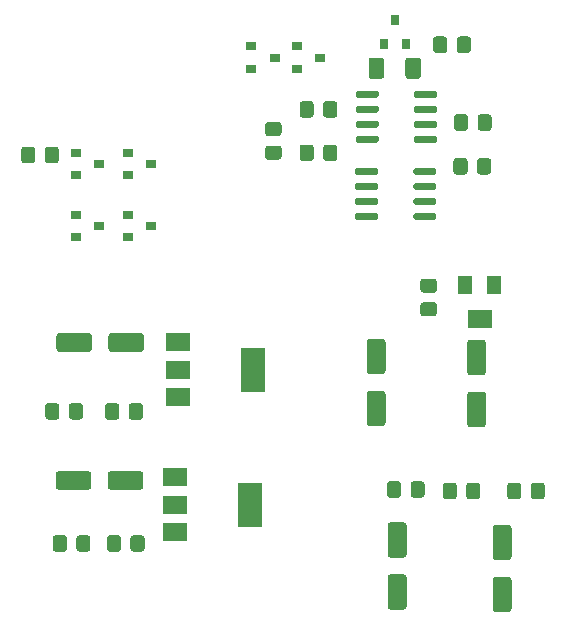
<source format=gbr>
%TF.GenerationSoftware,KiCad,Pcbnew,(5.1.8-0-10_14)*%
%TF.CreationDate,2022-02-24T11:51:48-06:00*%
%TF.ProjectId,SAQ_KiCad,5341515f-4b69-4436-9164-2e6b69636164,rev?*%
%TF.SameCoordinates,Original*%
%TF.FileFunction,Paste,Top*%
%TF.FilePolarity,Positive*%
%FSLAX46Y46*%
G04 Gerber Fmt 4.6, Leading zero omitted, Abs format (unit mm)*
G04 Created by KiCad (PCBNEW (5.1.8-0-10_14)) date 2022-02-24 11:51:48*
%MOMM*%
%LPD*%
G01*
G04 APERTURE LIST*
%ADD10R,2.000000X1.500000*%
%ADD11R,2.000000X3.800000*%
%ADD12R,1.300000X1.600000*%
%ADD13R,2.000000X1.600000*%
%ADD14R,0.800000X0.900000*%
%ADD15R,0.900000X0.800000*%
G04 APERTURE END LIST*
%TO.C,U4*%
G36*
G01*
X143726000Y-33949500D02*
X143726000Y-34249500D01*
G75*
G02*
X143576000Y-34399500I-150000J0D01*
G01*
X141926000Y-34399500D01*
G75*
G02*
X141776000Y-34249500I0J150000D01*
G01*
X141776000Y-33949500D01*
G75*
G02*
X141926000Y-33799500I150000J0D01*
G01*
X143576000Y-33799500D01*
G75*
G02*
X143726000Y-33949500I0J-150000D01*
G01*
G37*
G36*
G01*
X143726000Y-32679500D02*
X143726000Y-32979500D01*
G75*
G02*
X143576000Y-33129500I-150000J0D01*
G01*
X141926000Y-33129500D01*
G75*
G02*
X141776000Y-32979500I0J150000D01*
G01*
X141776000Y-32679500D01*
G75*
G02*
X141926000Y-32529500I150000J0D01*
G01*
X143576000Y-32529500D01*
G75*
G02*
X143726000Y-32679500I0J-150000D01*
G01*
G37*
G36*
G01*
X143726000Y-31409500D02*
X143726000Y-31709500D01*
G75*
G02*
X143576000Y-31859500I-150000J0D01*
G01*
X141926000Y-31859500D01*
G75*
G02*
X141776000Y-31709500I0J150000D01*
G01*
X141776000Y-31409500D01*
G75*
G02*
X141926000Y-31259500I150000J0D01*
G01*
X143576000Y-31259500D01*
G75*
G02*
X143726000Y-31409500I0J-150000D01*
G01*
G37*
G36*
G01*
X143726000Y-30139500D02*
X143726000Y-30439500D01*
G75*
G02*
X143576000Y-30589500I-150000J0D01*
G01*
X141926000Y-30589500D01*
G75*
G02*
X141776000Y-30439500I0J150000D01*
G01*
X141776000Y-30139500D01*
G75*
G02*
X141926000Y-29989500I150000J0D01*
G01*
X143576000Y-29989500D01*
G75*
G02*
X143726000Y-30139500I0J-150000D01*
G01*
G37*
G36*
G01*
X148676000Y-30139500D02*
X148676000Y-30439500D01*
G75*
G02*
X148526000Y-30589500I-150000J0D01*
G01*
X146876000Y-30589500D01*
G75*
G02*
X146726000Y-30439500I0J150000D01*
G01*
X146726000Y-30139500D01*
G75*
G02*
X146876000Y-29989500I150000J0D01*
G01*
X148526000Y-29989500D01*
G75*
G02*
X148676000Y-30139500I0J-150000D01*
G01*
G37*
G36*
G01*
X148676000Y-31409500D02*
X148676000Y-31709500D01*
G75*
G02*
X148526000Y-31859500I-150000J0D01*
G01*
X146876000Y-31859500D01*
G75*
G02*
X146726000Y-31709500I0J150000D01*
G01*
X146726000Y-31409500D01*
G75*
G02*
X146876000Y-31259500I150000J0D01*
G01*
X148526000Y-31259500D01*
G75*
G02*
X148676000Y-31409500I0J-150000D01*
G01*
G37*
G36*
G01*
X148676000Y-32679500D02*
X148676000Y-32979500D01*
G75*
G02*
X148526000Y-33129500I-150000J0D01*
G01*
X146876000Y-33129500D01*
G75*
G02*
X146726000Y-32979500I0J150000D01*
G01*
X146726000Y-32679500D01*
G75*
G02*
X146876000Y-32529500I150000J0D01*
G01*
X148526000Y-32529500D01*
G75*
G02*
X148676000Y-32679500I0J-150000D01*
G01*
G37*
G36*
G01*
X148676000Y-33949500D02*
X148676000Y-34249500D01*
G75*
G02*
X148526000Y-34399500I-150000J0D01*
G01*
X146876000Y-34399500D01*
G75*
G02*
X146726000Y-34249500I0J150000D01*
G01*
X146726000Y-33949500D01*
G75*
G02*
X146876000Y-33799500I150000J0D01*
G01*
X148526000Y-33799500D01*
G75*
G02*
X148676000Y-33949500I0J-150000D01*
G01*
G37*
%TD*%
%TO.C,U3*%
G36*
G01*
X146795620Y-23911700D02*
X146795620Y-23611700D01*
G75*
G02*
X146945620Y-23461700I150000J0D01*
G01*
X148595620Y-23461700D01*
G75*
G02*
X148745620Y-23611700I0J-150000D01*
G01*
X148745620Y-23911700D01*
G75*
G02*
X148595620Y-24061700I-150000J0D01*
G01*
X146945620Y-24061700D01*
G75*
G02*
X146795620Y-23911700I0J150000D01*
G01*
G37*
G36*
G01*
X146795620Y-25181700D02*
X146795620Y-24881700D01*
G75*
G02*
X146945620Y-24731700I150000J0D01*
G01*
X148595620Y-24731700D01*
G75*
G02*
X148745620Y-24881700I0J-150000D01*
G01*
X148745620Y-25181700D01*
G75*
G02*
X148595620Y-25331700I-150000J0D01*
G01*
X146945620Y-25331700D01*
G75*
G02*
X146795620Y-25181700I0J150000D01*
G01*
G37*
G36*
G01*
X146795620Y-26451700D02*
X146795620Y-26151700D01*
G75*
G02*
X146945620Y-26001700I150000J0D01*
G01*
X148595620Y-26001700D01*
G75*
G02*
X148745620Y-26151700I0J-150000D01*
G01*
X148745620Y-26451700D01*
G75*
G02*
X148595620Y-26601700I-150000J0D01*
G01*
X146945620Y-26601700D01*
G75*
G02*
X146795620Y-26451700I0J150000D01*
G01*
G37*
G36*
G01*
X146795620Y-27721700D02*
X146795620Y-27421700D01*
G75*
G02*
X146945620Y-27271700I150000J0D01*
G01*
X148595620Y-27271700D01*
G75*
G02*
X148745620Y-27421700I0J-150000D01*
G01*
X148745620Y-27721700D01*
G75*
G02*
X148595620Y-27871700I-150000J0D01*
G01*
X146945620Y-27871700D01*
G75*
G02*
X146795620Y-27721700I0J150000D01*
G01*
G37*
G36*
G01*
X141845620Y-27721700D02*
X141845620Y-27421700D01*
G75*
G02*
X141995620Y-27271700I150000J0D01*
G01*
X143645620Y-27271700D01*
G75*
G02*
X143795620Y-27421700I0J-150000D01*
G01*
X143795620Y-27721700D01*
G75*
G02*
X143645620Y-27871700I-150000J0D01*
G01*
X141995620Y-27871700D01*
G75*
G02*
X141845620Y-27721700I0J150000D01*
G01*
G37*
G36*
G01*
X141845620Y-26451700D02*
X141845620Y-26151700D01*
G75*
G02*
X141995620Y-26001700I150000J0D01*
G01*
X143645620Y-26001700D01*
G75*
G02*
X143795620Y-26151700I0J-150000D01*
G01*
X143795620Y-26451700D01*
G75*
G02*
X143645620Y-26601700I-150000J0D01*
G01*
X141995620Y-26601700D01*
G75*
G02*
X141845620Y-26451700I0J150000D01*
G01*
G37*
G36*
G01*
X141845620Y-25181700D02*
X141845620Y-24881700D01*
G75*
G02*
X141995620Y-24731700I150000J0D01*
G01*
X143645620Y-24731700D01*
G75*
G02*
X143795620Y-24881700I0J-150000D01*
G01*
X143795620Y-25181700D01*
G75*
G02*
X143645620Y-25331700I-150000J0D01*
G01*
X141995620Y-25331700D01*
G75*
G02*
X141845620Y-25181700I0J150000D01*
G01*
G37*
G36*
G01*
X141845620Y-23911700D02*
X141845620Y-23611700D01*
G75*
G02*
X141995620Y-23461700I150000J0D01*
G01*
X143645620Y-23461700D01*
G75*
G02*
X143795620Y-23611700I0J-150000D01*
G01*
X143795620Y-23911700D01*
G75*
G02*
X143645620Y-24061700I-150000J0D01*
G01*
X141995620Y-24061700D01*
G75*
G02*
X141845620Y-23911700I0J150000D01*
G01*
G37*
%TD*%
D10*
%TO.C,U2*%
X126580500Y-56183500D03*
X126580500Y-60783500D03*
X126580500Y-58483500D03*
D11*
X132880500Y-58483500D03*
%TD*%
D10*
%TO.C,U1*%
X126841720Y-44761120D03*
X126841720Y-49361120D03*
X126841720Y-47061120D03*
D11*
X133141720Y-47061120D03*
%TD*%
D12*
%TO.C,RV1*%
X151086500Y-39888500D03*
D13*
X152336500Y-42788500D03*
D12*
X153586500Y-39888500D03*
%TD*%
%TO.C,R16*%
G36*
G01*
X151317500Y-29394999D02*
X151317500Y-30295001D01*
G75*
G02*
X151067501Y-30545000I-249999J0D01*
G01*
X150367499Y-30545000D01*
G75*
G02*
X150117500Y-30295001I0J249999D01*
G01*
X150117500Y-29394999D01*
G75*
G02*
X150367499Y-29145000I249999J0D01*
G01*
X151067501Y-29145000D01*
G75*
G02*
X151317500Y-29394999I0J-249999D01*
G01*
G37*
G36*
G01*
X153317500Y-29394999D02*
X153317500Y-30295001D01*
G75*
G02*
X153067501Y-30545000I-249999J0D01*
G01*
X152367499Y-30545000D01*
G75*
G02*
X152117500Y-30295001I0J249999D01*
G01*
X152117500Y-29394999D01*
G75*
G02*
X152367499Y-29145000I249999J0D01*
G01*
X153067501Y-29145000D01*
G75*
G02*
X153317500Y-29394999I0J-249999D01*
G01*
G37*
%TD*%
%TO.C,R14*%
G36*
G01*
X149603000Y-19107999D02*
X149603000Y-20008001D01*
G75*
G02*
X149353001Y-20258000I-249999J0D01*
G01*
X148652999Y-20258000D01*
G75*
G02*
X148403000Y-20008001I0J249999D01*
G01*
X148403000Y-19107999D01*
G75*
G02*
X148652999Y-18858000I249999J0D01*
G01*
X149353001Y-18858000D01*
G75*
G02*
X149603000Y-19107999I0J-249999D01*
G01*
G37*
G36*
G01*
X151603000Y-19107999D02*
X151603000Y-20008001D01*
G75*
G02*
X151353001Y-20258000I-249999J0D01*
G01*
X150652999Y-20258000D01*
G75*
G02*
X150403000Y-20008001I0J249999D01*
G01*
X150403000Y-19107999D01*
G75*
G02*
X150652999Y-18858000I249999J0D01*
G01*
X151353001Y-18858000D01*
G75*
G02*
X151603000Y-19107999I0J-249999D01*
G01*
G37*
%TD*%
%TO.C,R13*%
G36*
G01*
X152165000Y-26596001D02*
X152165000Y-25695999D01*
G75*
G02*
X152414999Y-25446000I249999J0D01*
G01*
X153115001Y-25446000D01*
G75*
G02*
X153365000Y-25695999I0J-249999D01*
G01*
X153365000Y-26596001D01*
G75*
G02*
X153115001Y-26846000I-249999J0D01*
G01*
X152414999Y-26846000D01*
G75*
G02*
X152165000Y-26596001I0J249999D01*
G01*
G37*
G36*
G01*
X150165000Y-26596001D02*
X150165000Y-25695999D01*
G75*
G02*
X150414999Y-25446000I249999J0D01*
G01*
X151115001Y-25446000D01*
G75*
G02*
X151365000Y-25695999I0J-249999D01*
G01*
X151365000Y-26596001D01*
G75*
G02*
X151115001Y-26846000I-249999J0D01*
G01*
X150414999Y-26846000D01*
G75*
G02*
X150165000Y-26596001I0J249999D01*
G01*
G37*
%TD*%
%TO.C,R12*%
G36*
G01*
X139093400Y-29162161D02*
X139093400Y-28262159D01*
G75*
G02*
X139343399Y-28012160I249999J0D01*
G01*
X140043401Y-28012160D01*
G75*
G02*
X140293400Y-28262159I0J-249999D01*
G01*
X140293400Y-29162161D01*
G75*
G02*
X140043401Y-29412160I-249999J0D01*
G01*
X139343399Y-29412160D01*
G75*
G02*
X139093400Y-29162161I0J249999D01*
G01*
G37*
G36*
G01*
X137093400Y-29162161D02*
X137093400Y-28262159D01*
G75*
G02*
X137343399Y-28012160I249999J0D01*
G01*
X138043401Y-28012160D01*
G75*
G02*
X138293400Y-28262159I0J-249999D01*
G01*
X138293400Y-29162161D01*
G75*
G02*
X138043401Y-29412160I-249999J0D01*
G01*
X137343399Y-29412160D01*
G75*
G02*
X137093400Y-29162161I0J249999D01*
G01*
G37*
%TD*%
%TO.C,R11*%
G36*
G01*
X139093400Y-25484241D02*
X139093400Y-24584239D01*
G75*
G02*
X139343399Y-24334240I249999J0D01*
G01*
X140043401Y-24334240D01*
G75*
G02*
X140293400Y-24584239I0J-249999D01*
G01*
X140293400Y-25484241D01*
G75*
G02*
X140043401Y-25734240I-249999J0D01*
G01*
X139343399Y-25734240D01*
G75*
G02*
X139093400Y-25484241I0J249999D01*
G01*
G37*
G36*
G01*
X137093400Y-25484241D02*
X137093400Y-24584239D01*
G75*
G02*
X137343399Y-24334240I249999J0D01*
G01*
X138043401Y-24334240D01*
G75*
G02*
X138293400Y-24584239I0J-249999D01*
G01*
X138293400Y-25484241D01*
G75*
G02*
X138043401Y-25734240I-249999J0D01*
G01*
X137343399Y-25734240D01*
G75*
G02*
X137093400Y-25484241I0J249999D01*
G01*
G37*
%TD*%
%TO.C,R10*%
G36*
G01*
X135324001Y-27302000D02*
X134423999Y-27302000D01*
G75*
G02*
X134174000Y-27052001I0J249999D01*
G01*
X134174000Y-26351999D01*
G75*
G02*
X134423999Y-26102000I249999J0D01*
G01*
X135324001Y-26102000D01*
G75*
G02*
X135574000Y-26351999I0J-249999D01*
G01*
X135574000Y-27052001D01*
G75*
G02*
X135324001Y-27302000I-249999J0D01*
G01*
G37*
G36*
G01*
X135324001Y-29302000D02*
X134423999Y-29302000D01*
G75*
G02*
X134174000Y-29052001I0J249999D01*
G01*
X134174000Y-28351999D01*
G75*
G02*
X134423999Y-28102000I249999J0D01*
G01*
X135324001Y-28102000D01*
G75*
G02*
X135574000Y-28351999I0J-249999D01*
G01*
X135574000Y-29052001D01*
G75*
G02*
X135324001Y-29302000I-249999J0D01*
G01*
G37*
%TD*%
%TO.C,R9*%
G36*
G01*
X155873500Y-56890499D02*
X155873500Y-57790501D01*
G75*
G02*
X155623501Y-58040500I-249999J0D01*
G01*
X154923499Y-58040500D01*
G75*
G02*
X154673500Y-57790501I0J249999D01*
G01*
X154673500Y-56890499D01*
G75*
G02*
X154923499Y-56640500I249999J0D01*
G01*
X155623501Y-56640500D01*
G75*
G02*
X155873500Y-56890499I0J-249999D01*
G01*
G37*
G36*
G01*
X157873500Y-56890499D02*
X157873500Y-57790501D01*
G75*
G02*
X157623501Y-58040500I-249999J0D01*
G01*
X156923499Y-58040500D01*
G75*
G02*
X156673500Y-57790501I0J249999D01*
G01*
X156673500Y-56890499D01*
G75*
G02*
X156923499Y-56640500I249999J0D01*
G01*
X157623501Y-56640500D01*
G75*
G02*
X157873500Y-56890499I0J-249999D01*
G01*
G37*
%TD*%
%TO.C,R8*%
G36*
G01*
X150412500Y-56890499D02*
X150412500Y-57790501D01*
G75*
G02*
X150162501Y-58040500I-249999J0D01*
G01*
X149462499Y-58040500D01*
G75*
G02*
X149212500Y-57790501I0J249999D01*
G01*
X149212500Y-56890499D01*
G75*
G02*
X149462499Y-56640500I249999J0D01*
G01*
X150162501Y-56640500D01*
G75*
G02*
X150412500Y-56890499I0J-249999D01*
G01*
G37*
G36*
G01*
X152412500Y-56890499D02*
X152412500Y-57790501D01*
G75*
G02*
X152162501Y-58040500I-249999J0D01*
G01*
X151462499Y-58040500D01*
G75*
G02*
X151212500Y-57790501I0J249999D01*
G01*
X151212500Y-56890499D01*
G75*
G02*
X151462499Y-56640500I249999J0D01*
G01*
X152162501Y-56640500D01*
G75*
G02*
X152412500Y-56890499I0J-249999D01*
G01*
G37*
%TD*%
%TO.C,R7*%
G36*
G01*
X147568499Y-41357500D02*
X148468501Y-41357500D01*
G75*
G02*
X148718500Y-41607499I0J-249999D01*
G01*
X148718500Y-42307501D01*
G75*
G02*
X148468501Y-42557500I-249999J0D01*
G01*
X147568499Y-42557500D01*
G75*
G02*
X147318500Y-42307501I0J249999D01*
G01*
X147318500Y-41607499D01*
G75*
G02*
X147568499Y-41357500I249999J0D01*
G01*
G37*
G36*
G01*
X147568499Y-39357500D02*
X148468501Y-39357500D01*
G75*
G02*
X148718500Y-39607499I0J-249999D01*
G01*
X148718500Y-40307501D01*
G75*
G02*
X148468501Y-40557500I-249999J0D01*
G01*
X147568499Y-40557500D01*
G75*
G02*
X147318500Y-40307501I0J249999D01*
G01*
X147318500Y-39607499D01*
G75*
G02*
X147568499Y-39357500I249999J0D01*
G01*
G37*
%TD*%
%TO.C,R6*%
G36*
G01*
X145697500Y-56763499D02*
X145697500Y-57663501D01*
G75*
G02*
X145447501Y-57913500I-249999J0D01*
G01*
X144747499Y-57913500D01*
G75*
G02*
X144497500Y-57663501I0J249999D01*
G01*
X144497500Y-56763499D01*
G75*
G02*
X144747499Y-56513500I249999J0D01*
G01*
X145447501Y-56513500D01*
G75*
G02*
X145697500Y-56763499I0J-249999D01*
G01*
G37*
G36*
G01*
X147697500Y-56763499D02*
X147697500Y-57663501D01*
G75*
G02*
X147447501Y-57913500I-249999J0D01*
G01*
X146747499Y-57913500D01*
G75*
G02*
X146497500Y-57663501I0J249999D01*
G01*
X146497500Y-56763499D01*
G75*
G02*
X146747499Y-56513500I249999J0D01*
G01*
X147447501Y-56513500D01*
G75*
G02*
X147697500Y-56763499I0J-249999D01*
G01*
G37*
%TD*%
%TO.C,R5*%
G36*
G01*
X122780500Y-62235501D02*
X122780500Y-61335499D01*
G75*
G02*
X123030499Y-61085500I249999J0D01*
G01*
X123730501Y-61085500D01*
G75*
G02*
X123980500Y-61335499I0J-249999D01*
G01*
X123980500Y-62235501D01*
G75*
G02*
X123730501Y-62485500I-249999J0D01*
G01*
X123030499Y-62485500D01*
G75*
G02*
X122780500Y-62235501I0J249999D01*
G01*
G37*
G36*
G01*
X120780500Y-62235501D02*
X120780500Y-61335499D01*
G75*
G02*
X121030499Y-61085500I249999J0D01*
G01*
X121730501Y-61085500D01*
G75*
G02*
X121980500Y-61335499I0J-249999D01*
G01*
X121980500Y-62235501D01*
G75*
G02*
X121730501Y-62485500I-249999J0D01*
G01*
X121030499Y-62485500D01*
G75*
G02*
X120780500Y-62235501I0J249999D01*
G01*
G37*
%TD*%
%TO.C,R4*%
G36*
G01*
X121837500Y-50159499D02*
X121837500Y-51059501D01*
G75*
G02*
X121587501Y-51309500I-249999J0D01*
G01*
X120887499Y-51309500D01*
G75*
G02*
X120637500Y-51059501I0J249999D01*
G01*
X120637500Y-50159499D01*
G75*
G02*
X120887499Y-49909500I249999J0D01*
G01*
X121587501Y-49909500D01*
G75*
G02*
X121837500Y-50159499I0J-249999D01*
G01*
G37*
G36*
G01*
X123837500Y-50159499D02*
X123837500Y-51059501D01*
G75*
G02*
X123587501Y-51309500I-249999J0D01*
G01*
X122887499Y-51309500D01*
G75*
G02*
X122637500Y-51059501I0J249999D01*
G01*
X122637500Y-50159499D01*
G75*
G02*
X122887499Y-49909500I249999J0D01*
G01*
X123587501Y-49909500D01*
G75*
G02*
X123837500Y-50159499I0J-249999D01*
G01*
G37*
%TD*%
%TO.C,R3*%
G36*
G01*
X118192500Y-62235501D02*
X118192500Y-61335499D01*
G75*
G02*
X118442499Y-61085500I249999J0D01*
G01*
X119142501Y-61085500D01*
G75*
G02*
X119392500Y-61335499I0J-249999D01*
G01*
X119392500Y-62235501D01*
G75*
G02*
X119142501Y-62485500I-249999J0D01*
G01*
X118442499Y-62485500D01*
G75*
G02*
X118192500Y-62235501I0J249999D01*
G01*
G37*
G36*
G01*
X116192500Y-62235501D02*
X116192500Y-61335499D01*
G75*
G02*
X116442499Y-61085500I249999J0D01*
G01*
X117142501Y-61085500D01*
G75*
G02*
X117392500Y-61335499I0J-249999D01*
G01*
X117392500Y-62235501D01*
G75*
G02*
X117142501Y-62485500I-249999J0D01*
G01*
X116442499Y-62485500D01*
G75*
G02*
X116192500Y-62235501I0J249999D01*
G01*
G37*
%TD*%
%TO.C,R2*%
G36*
G01*
X116757500Y-50143499D02*
X116757500Y-51043501D01*
G75*
G02*
X116507501Y-51293500I-249999J0D01*
G01*
X115807499Y-51293500D01*
G75*
G02*
X115557500Y-51043501I0J249999D01*
G01*
X115557500Y-50143499D01*
G75*
G02*
X115807499Y-49893500I249999J0D01*
G01*
X116507501Y-49893500D01*
G75*
G02*
X116757500Y-50143499I0J-249999D01*
G01*
G37*
G36*
G01*
X118757500Y-50143499D02*
X118757500Y-51043501D01*
G75*
G02*
X118507501Y-51293500I-249999J0D01*
G01*
X117807499Y-51293500D01*
G75*
G02*
X117557500Y-51043501I0J249999D01*
G01*
X117557500Y-50143499D01*
G75*
G02*
X117807499Y-49893500I249999J0D01*
G01*
X118507501Y-49893500D01*
G75*
G02*
X118757500Y-50143499I0J-249999D01*
G01*
G37*
%TD*%
%TO.C,R1*%
G36*
G01*
X114725500Y-28442499D02*
X114725500Y-29342501D01*
G75*
G02*
X114475501Y-29592500I-249999J0D01*
G01*
X113775499Y-29592500D01*
G75*
G02*
X113525500Y-29342501I0J249999D01*
G01*
X113525500Y-28442499D01*
G75*
G02*
X113775499Y-28192500I249999J0D01*
G01*
X114475501Y-28192500D01*
G75*
G02*
X114725500Y-28442499I0J-249999D01*
G01*
G37*
G36*
G01*
X116725500Y-28442499D02*
X116725500Y-29342501D01*
G75*
G02*
X116475501Y-29592500I-249999J0D01*
G01*
X115775499Y-29592500D01*
G75*
G02*
X115525500Y-29342501I0J249999D01*
G01*
X115525500Y-28442499D01*
G75*
G02*
X115775499Y-28192500I249999J0D01*
G01*
X116475501Y-28192500D01*
G75*
G02*
X116725500Y-28442499I0J-249999D01*
G01*
G37*
%TD*%
D14*
%TO.C,Q7*%
X145177000Y-17481000D03*
X146127000Y-19481000D03*
X144227000Y-19481000D03*
%TD*%
D15*
%TO.C,Q6*%
X134985000Y-20637500D03*
X132985000Y-21587500D03*
X132985000Y-19687500D03*
%TD*%
%TO.C,Q5*%
X138858500Y-20637500D03*
X136858500Y-21587500D03*
X136858500Y-19687500D03*
%TD*%
%TO.C,Q4*%
X124550680Y-34925000D03*
X122550680Y-35875000D03*
X122550680Y-33975000D03*
%TD*%
%TO.C,Q3*%
X124550680Y-29667200D03*
X122550680Y-30617200D03*
X122550680Y-28717200D03*
%TD*%
%TO.C,Q2*%
X120151400Y-34891980D03*
X118151400Y-35841980D03*
X118151400Y-33941980D03*
%TD*%
%TO.C,Q1*%
X120151400Y-29667200D03*
X118151400Y-30617200D03*
X118151400Y-28717200D03*
%TD*%
%TO.C,C7*%
G36*
G01*
X146061000Y-22201503D02*
X146061000Y-20901497D01*
G75*
G02*
X146310997Y-20651500I249997J0D01*
G01*
X147136003Y-20651500D01*
G75*
G02*
X147386000Y-20901497I0J-249997D01*
G01*
X147386000Y-22201503D01*
G75*
G02*
X147136003Y-22451500I-249997J0D01*
G01*
X146310997Y-22451500D01*
G75*
G02*
X146061000Y-22201503I0J249997D01*
G01*
G37*
G36*
G01*
X142936000Y-22201503D02*
X142936000Y-20901497D01*
G75*
G02*
X143185997Y-20651500I249997J0D01*
G01*
X144011003Y-20651500D01*
G75*
G02*
X144261000Y-20901497I0J-249997D01*
G01*
X144261000Y-22201503D01*
G75*
G02*
X144011003Y-22451500I-249997J0D01*
G01*
X143185997Y-22451500D01*
G75*
G02*
X142936000Y-22201503I0J249997D01*
G01*
G37*
%TD*%
%TO.C,C6*%
G36*
G01*
X154791500Y-63203500D02*
X153691500Y-63203500D01*
G75*
G02*
X153441500Y-62953500I0J250000D01*
G01*
X153441500Y-60453500D01*
G75*
G02*
X153691500Y-60203500I250000J0D01*
G01*
X154791500Y-60203500D01*
G75*
G02*
X155041500Y-60453500I0J-250000D01*
G01*
X155041500Y-62953500D01*
G75*
G02*
X154791500Y-63203500I-250000J0D01*
G01*
G37*
G36*
G01*
X154791500Y-67603500D02*
X153691500Y-67603500D01*
G75*
G02*
X153441500Y-67353500I0J250000D01*
G01*
X153441500Y-64853500D01*
G75*
G02*
X153691500Y-64603500I250000J0D01*
G01*
X154791500Y-64603500D01*
G75*
G02*
X155041500Y-64853500I0J-250000D01*
G01*
X155041500Y-67353500D01*
G75*
G02*
X154791500Y-67603500I-250000J0D01*
G01*
G37*
%TD*%
%TO.C,C5*%
G36*
G01*
X151532500Y-48937500D02*
X152632500Y-48937500D01*
G75*
G02*
X152882500Y-49187500I0J-250000D01*
G01*
X152882500Y-51687500D01*
G75*
G02*
X152632500Y-51937500I-250000J0D01*
G01*
X151532500Y-51937500D01*
G75*
G02*
X151282500Y-51687500I0J250000D01*
G01*
X151282500Y-49187500D01*
G75*
G02*
X151532500Y-48937500I250000J0D01*
G01*
G37*
G36*
G01*
X151532500Y-44537500D02*
X152632500Y-44537500D01*
G75*
G02*
X152882500Y-44787500I0J-250000D01*
G01*
X152882500Y-47287500D01*
G75*
G02*
X152632500Y-47537500I-250000J0D01*
G01*
X151532500Y-47537500D01*
G75*
G02*
X151282500Y-47287500I0J250000D01*
G01*
X151282500Y-44787500D01*
G75*
G02*
X151532500Y-44537500I250000J0D01*
G01*
G37*
%TD*%
%TO.C,C4*%
G36*
G01*
X145901500Y-62990500D02*
X144801500Y-62990500D01*
G75*
G02*
X144551500Y-62740500I0J250000D01*
G01*
X144551500Y-60240500D01*
G75*
G02*
X144801500Y-59990500I250000J0D01*
G01*
X145901500Y-59990500D01*
G75*
G02*
X146151500Y-60240500I0J-250000D01*
G01*
X146151500Y-62740500D01*
G75*
G02*
X145901500Y-62990500I-250000J0D01*
G01*
G37*
G36*
G01*
X145901500Y-67390500D02*
X144801500Y-67390500D01*
G75*
G02*
X144551500Y-67140500I0J250000D01*
G01*
X144551500Y-64640500D01*
G75*
G02*
X144801500Y-64390500I250000J0D01*
G01*
X145901500Y-64390500D01*
G75*
G02*
X146151500Y-64640500I0J-250000D01*
G01*
X146151500Y-67140500D01*
G75*
G02*
X145901500Y-67390500I-250000J0D01*
G01*
G37*
%TD*%
%TO.C,C3*%
G36*
G01*
X143023500Y-48855500D02*
X144123500Y-48855500D01*
G75*
G02*
X144373500Y-49105500I0J-250000D01*
G01*
X144373500Y-51605500D01*
G75*
G02*
X144123500Y-51855500I-250000J0D01*
G01*
X143023500Y-51855500D01*
G75*
G02*
X142773500Y-51605500I0J250000D01*
G01*
X142773500Y-49105500D01*
G75*
G02*
X143023500Y-48855500I250000J0D01*
G01*
G37*
G36*
G01*
X143023500Y-44455500D02*
X144123500Y-44455500D01*
G75*
G02*
X144373500Y-44705500I0J-250000D01*
G01*
X144373500Y-47205500D01*
G75*
G02*
X144123500Y-47455500I-250000J0D01*
G01*
X143023500Y-47455500D01*
G75*
G02*
X142773500Y-47205500I0J250000D01*
G01*
X142773500Y-44705500D01*
G75*
G02*
X143023500Y-44455500I250000J0D01*
G01*
G37*
%TD*%
%TO.C,C2*%
G36*
G01*
X120864500Y-57001500D02*
X120864500Y-55901500D01*
G75*
G02*
X121114500Y-55651500I250000J0D01*
G01*
X123614500Y-55651500D01*
G75*
G02*
X123864500Y-55901500I0J-250000D01*
G01*
X123864500Y-57001500D01*
G75*
G02*
X123614500Y-57251500I-250000J0D01*
G01*
X121114500Y-57251500D01*
G75*
G02*
X120864500Y-57001500I0J250000D01*
G01*
G37*
G36*
G01*
X116464500Y-57001500D02*
X116464500Y-55901500D01*
G75*
G02*
X116714500Y-55651500I250000J0D01*
G01*
X119214500Y-55651500D01*
G75*
G02*
X119464500Y-55901500I0J-250000D01*
G01*
X119464500Y-57001500D01*
G75*
G02*
X119214500Y-57251500I-250000J0D01*
G01*
X116714500Y-57251500D01*
G75*
G02*
X116464500Y-57001500I0J250000D01*
G01*
G37*
%TD*%
%TO.C,C1*%
G36*
G01*
X119505500Y-44217500D02*
X119505500Y-45317500D01*
G75*
G02*
X119255500Y-45567500I-250000J0D01*
G01*
X116755500Y-45567500D01*
G75*
G02*
X116505500Y-45317500I0J250000D01*
G01*
X116505500Y-44217500D01*
G75*
G02*
X116755500Y-43967500I250000J0D01*
G01*
X119255500Y-43967500D01*
G75*
G02*
X119505500Y-44217500I0J-250000D01*
G01*
G37*
G36*
G01*
X123905500Y-44217500D02*
X123905500Y-45317500D01*
G75*
G02*
X123655500Y-45567500I-250000J0D01*
G01*
X121155500Y-45567500D01*
G75*
G02*
X120905500Y-45317500I0J250000D01*
G01*
X120905500Y-44217500D01*
G75*
G02*
X121155500Y-43967500I250000J0D01*
G01*
X123655500Y-43967500D01*
G75*
G02*
X123905500Y-44217500I0J-250000D01*
G01*
G37*
%TD*%
M02*

</source>
